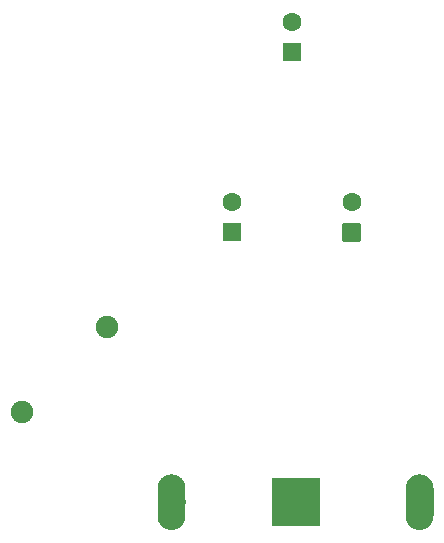
<source format=gbl>
G04 MADE WITH FRITZING*
G04 WWW.FRITZING.ORG*
G04 DOUBLE SIDED*
G04 HOLES PLATED*
G04 CONTOUR ON CENTER OF CONTOUR VECTOR*
%ASAXBY*%
%FSLAX23Y23*%
%MOIN*%
%OFA0B0*%
%SFA1.0B1.0*%
%ADD10C,0.062992*%
%ADD11C,0.075000*%
%ADD12C,0.093000*%
%ADD13R,0.062992X0.062992*%
%ADD14R,0.160000X0.160000*%
%ADD15C,0.015748*%
%ADD16R,0.001000X0.001000*%
%LNCOPPER0*%
G90*
G70*
G54D10*
X1461Y1540D03*
X1461Y1639D03*
X1859Y1540D03*
X1861Y1639D03*
X1661Y2140D03*
X1661Y2239D03*
G54D11*
X761Y939D03*
X1044Y1222D03*
G54D12*
X1261Y639D03*
X2087Y639D03*
X1261Y639D03*
X2087Y639D03*
X1261Y639D03*
X2087Y639D03*
G54D13*
X1461Y1540D03*
X1661Y2140D03*
G54D14*
X1674Y639D03*
G54D15*
X1883Y1564D02*
X1882Y1516D01*
X1835Y1517D01*
X1836Y1564D01*
X1883Y1564D01*
D02*
G54D16*
X1256Y732D02*
X1264Y732D01*
X2082Y732D02*
X2091Y732D01*
X1250Y731D02*
X1270Y731D01*
X2077Y731D02*
X2097Y731D01*
X1246Y730D02*
X1274Y730D01*
X2073Y730D02*
X2100Y730D01*
X1243Y729D02*
X1276Y729D01*
X2070Y729D02*
X2103Y729D01*
X1241Y728D02*
X1279Y728D01*
X2068Y728D02*
X2105Y728D01*
X1239Y727D02*
X1281Y727D01*
X2066Y727D02*
X2107Y727D01*
X1237Y726D02*
X1283Y726D01*
X2064Y726D02*
X2109Y726D01*
X1236Y725D02*
X1284Y725D01*
X2062Y725D02*
X2111Y725D01*
X1234Y724D02*
X1286Y724D01*
X2061Y724D02*
X2112Y724D01*
X1233Y723D02*
X1287Y723D01*
X2059Y723D02*
X2114Y723D01*
X1231Y722D02*
X1289Y722D01*
X2058Y722D02*
X2115Y722D01*
X1230Y721D02*
X1290Y721D01*
X2057Y721D02*
X2116Y721D01*
X1229Y720D02*
X1291Y720D01*
X2056Y720D02*
X2117Y720D01*
X1228Y719D02*
X1292Y719D01*
X2055Y719D02*
X2118Y719D01*
X1227Y718D02*
X1293Y718D01*
X2054Y718D02*
X2119Y718D01*
X1226Y717D02*
X1294Y717D01*
X2053Y717D02*
X2120Y717D01*
X1225Y716D02*
X1295Y716D01*
X2052Y716D02*
X2121Y716D01*
X1224Y715D02*
X1296Y715D01*
X2051Y715D02*
X2122Y715D01*
X1224Y714D02*
X1296Y714D01*
X2050Y714D02*
X2123Y714D01*
X1223Y713D02*
X1297Y713D01*
X2049Y713D02*
X2124Y713D01*
X1222Y712D02*
X1298Y712D01*
X2049Y712D02*
X2124Y712D01*
X1221Y711D02*
X1298Y711D01*
X2048Y711D02*
X2125Y711D01*
X1221Y710D02*
X1299Y710D01*
X2047Y710D02*
X2126Y710D01*
X1220Y709D02*
X1300Y709D01*
X2047Y709D02*
X2126Y709D01*
X1220Y708D02*
X1300Y708D01*
X2046Y708D02*
X2127Y708D01*
X1219Y707D02*
X1301Y707D01*
X2046Y707D02*
X2127Y707D01*
X1219Y706D02*
X1301Y706D01*
X2045Y706D02*
X2128Y706D01*
X1218Y705D02*
X1302Y705D01*
X2045Y705D02*
X2128Y705D01*
X1218Y704D02*
X1302Y704D01*
X2044Y704D02*
X2129Y704D01*
X1217Y703D02*
X1303Y703D01*
X2044Y703D02*
X2129Y703D01*
X1217Y702D02*
X1303Y702D01*
X2044Y702D02*
X2130Y702D01*
X1217Y701D02*
X1303Y701D01*
X2043Y701D02*
X2130Y701D01*
X1216Y700D02*
X1304Y700D01*
X2043Y700D02*
X2130Y700D01*
X1216Y699D02*
X1304Y699D01*
X2042Y699D02*
X2131Y699D01*
X1216Y698D02*
X1304Y698D01*
X2042Y698D02*
X2131Y698D01*
X1215Y697D02*
X1304Y697D01*
X2042Y697D02*
X2131Y697D01*
X1215Y696D02*
X1305Y696D01*
X2042Y696D02*
X2131Y696D01*
X1215Y695D02*
X1305Y695D01*
X2041Y695D02*
X2132Y695D01*
X1215Y694D02*
X1305Y694D01*
X2041Y694D02*
X2132Y694D01*
X1215Y693D02*
X1305Y693D01*
X2041Y693D02*
X2132Y693D01*
X1214Y692D02*
X1305Y692D01*
X2041Y692D02*
X2132Y692D01*
X1214Y691D02*
X1306Y691D01*
X2041Y691D02*
X2132Y691D01*
X1214Y690D02*
X1306Y690D01*
X2041Y690D02*
X2132Y690D01*
X1214Y689D02*
X1306Y689D01*
X2041Y689D02*
X2132Y689D01*
X1214Y688D02*
X1306Y688D01*
X2041Y688D02*
X2132Y688D01*
X1214Y687D02*
X1306Y687D01*
X2041Y687D02*
X2132Y687D01*
X1214Y686D02*
X1306Y686D01*
X2041Y686D02*
X2133Y686D01*
X1214Y685D02*
X1306Y685D01*
X2041Y685D02*
X2133Y685D01*
X1214Y684D02*
X1306Y684D01*
X2041Y684D02*
X2133Y684D01*
X1214Y683D02*
X1306Y683D01*
X2041Y683D02*
X2133Y683D01*
X1214Y682D02*
X1306Y682D01*
X2041Y682D02*
X2133Y682D01*
X1214Y681D02*
X1306Y681D01*
X2041Y681D02*
X2133Y681D01*
X1214Y680D02*
X1306Y680D01*
X2041Y680D02*
X2133Y680D01*
X1214Y679D02*
X1306Y679D01*
X2041Y679D02*
X2133Y679D01*
X1214Y678D02*
X1306Y678D01*
X2041Y678D02*
X2133Y678D01*
X1214Y677D02*
X1306Y677D01*
X2041Y677D02*
X2133Y677D01*
X1214Y676D02*
X1306Y676D01*
X2041Y676D02*
X2133Y676D01*
X1214Y675D02*
X1252Y675D01*
X1268Y675D02*
X1306Y675D01*
X2041Y675D02*
X2079Y675D01*
X2094Y675D02*
X2133Y675D01*
X1214Y674D02*
X1248Y674D01*
X1272Y674D02*
X1306Y674D01*
X2041Y674D02*
X2075Y674D01*
X2098Y674D02*
X2133Y674D01*
X1214Y673D02*
X1246Y673D01*
X1274Y673D02*
X1306Y673D01*
X2041Y673D02*
X2072Y673D01*
X2101Y673D02*
X2133Y673D01*
X1214Y672D02*
X1243Y672D01*
X1276Y672D02*
X1306Y672D01*
X2041Y672D02*
X2070Y672D01*
X2103Y672D02*
X2133Y672D01*
X1214Y671D02*
X1241Y671D01*
X1278Y671D02*
X1306Y671D01*
X2041Y671D02*
X2068Y671D01*
X2105Y671D02*
X2133Y671D01*
X1214Y670D02*
X1240Y670D01*
X1280Y670D02*
X1306Y670D01*
X2041Y670D02*
X2066Y670D01*
X2107Y670D02*
X2133Y670D01*
X1214Y669D02*
X1238Y669D01*
X1282Y669D02*
X1306Y669D01*
X2041Y669D02*
X2065Y669D01*
X2108Y669D02*
X2133Y669D01*
X1214Y668D02*
X1237Y668D01*
X1283Y668D02*
X1306Y668D01*
X2041Y668D02*
X2064Y668D01*
X2109Y668D02*
X2133Y668D01*
X1214Y667D02*
X1236Y667D01*
X1284Y667D02*
X1306Y667D01*
X2041Y667D02*
X2062Y667D01*
X2111Y667D02*
X2133Y667D01*
X1214Y666D02*
X1235Y666D01*
X1285Y666D02*
X1306Y666D01*
X2041Y666D02*
X2061Y666D01*
X2112Y666D02*
X2133Y666D01*
X1214Y665D02*
X1234Y665D01*
X1286Y665D02*
X1306Y665D01*
X2041Y665D02*
X2060Y665D01*
X2113Y665D02*
X2133Y665D01*
X1214Y664D02*
X1233Y664D01*
X1287Y664D02*
X1306Y664D01*
X2041Y664D02*
X2059Y664D01*
X2114Y664D02*
X2133Y664D01*
X1214Y663D02*
X1232Y663D01*
X1288Y663D02*
X1306Y663D01*
X2041Y663D02*
X2058Y663D01*
X2115Y663D02*
X2133Y663D01*
X1214Y662D02*
X1231Y662D01*
X1289Y662D02*
X1306Y662D01*
X2041Y662D02*
X2058Y662D01*
X2116Y662D02*
X2133Y662D01*
X1214Y661D02*
X1230Y661D01*
X1290Y661D02*
X1306Y661D01*
X2041Y661D02*
X2057Y661D01*
X2116Y661D02*
X2133Y661D01*
X1214Y660D02*
X1229Y660D01*
X1290Y660D02*
X1306Y660D01*
X2041Y660D02*
X2056Y660D01*
X2117Y660D02*
X2133Y660D01*
X1214Y659D02*
X1229Y659D01*
X1291Y659D02*
X1306Y659D01*
X2041Y659D02*
X2055Y659D01*
X2118Y659D02*
X2133Y659D01*
X1214Y658D02*
X1228Y658D01*
X1292Y658D02*
X1306Y658D01*
X2041Y658D02*
X2055Y658D01*
X2118Y658D02*
X2133Y658D01*
X1214Y657D02*
X1228Y657D01*
X1292Y657D02*
X1306Y657D01*
X2041Y657D02*
X2054Y657D01*
X2119Y657D02*
X2133Y657D01*
X1214Y656D02*
X1227Y656D01*
X1293Y656D02*
X1306Y656D01*
X2041Y656D02*
X2054Y656D01*
X2119Y656D02*
X2133Y656D01*
X1214Y655D02*
X1227Y655D01*
X1293Y655D02*
X1306Y655D01*
X2041Y655D02*
X2053Y655D01*
X2120Y655D02*
X2133Y655D01*
X1214Y654D02*
X1226Y654D01*
X1294Y654D02*
X1306Y654D01*
X2041Y654D02*
X2053Y654D01*
X2120Y654D02*
X2133Y654D01*
X1214Y653D02*
X1226Y653D01*
X1294Y653D02*
X1306Y653D01*
X2041Y653D02*
X2052Y653D01*
X2121Y653D02*
X2133Y653D01*
X1214Y652D02*
X1225Y652D01*
X1295Y652D02*
X1306Y652D01*
X2041Y652D02*
X2052Y652D01*
X2121Y652D02*
X2133Y652D01*
X1214Y651D02*
X1225Y651D01*
X1295Y651D02*
X1306Y651D01*
X2041Y651D02*
X2052Y651D01*
X2122Y651D02*
X2133Y651D01*
X1214Y650D02*
X1225Y650D01*
X1295Y650D02*
X1306Y650D01*
X2041Y650D02*
X2051Y650D01*
X2122Y650D02*
X2133Y650D01*
X1214Y649D02*
X1224Y649D01*
X1296Y649D02*
X1306Y649D01*
X2041Y649D02*
X2051Y649D01*
X2122Y649D02*
X2133Y649D01*
X1214Y648D02*
X1224Y648D01*
X1296Y648D02*
X1306Y648D01*
X2041Y648D02*
X2051Y648D01*
X2122Y648D02*
X2133Y648D01*
X1214Y647D02*
X1224Y647D01*
X1296Y647D02*
X1306Y647D01*
X2041Y647D02*
X2050Y647D01*
X2123Y647D02*
X2133Y647D01*
X1214Y646D02*
X1224Y646D01*
X1296Y646D02*
X1306Y646D01*
X2041Y646D02*
X2050Y646D01*
X2123Y646D02*
X2133Y646D01*
X1214Y645D02*
X1223Y645D01*
X1296Y645D02*
X1306Y645D01*
X2041Y645D02*
X2050Y645D01*
X2123Y645D02*
X2133Y645D01*
X1214Y644D02*
X1223Y644D01*
X1297Y644D02*
X1306Y644D01*
X2041Y644D02*
X2050Y644D01*
X2123Y644D02*
X2133Y644D01*
X1214Y643D02*
X1223Y643D01*
X1297Y643D02*
X1306Y643D01*
X2041Y643D02*
X2050Y643D01*
X2123Y643D02*
X2133Y643D01*
X1214Y642D02*
X1223Y642D01*
X1297Y642D02*
X1306Y642D01*
X2041Y642D02*
X2050Y642D01*
X2123Y642D02*
X2133Y642D01*
X1214Y641D02*
X1223Y641D01*
X1297Y641D02*
X1306Y641D01*
X2041Y641D02*
X2050Y641D01*
X2123Y641D02*
X2133Y641D01*
X1214Y640D02*
X1223Y640D01*
X1297Y640D02*
X1306Y640D01*
X2041Y640D02*
X2050Y640D01*
X2123Y640D02*
X2133Y640D01*
X1214Y639D02*
X1223Y639D01*
X1297Y639D02*
X1306Y639D01*
X2041Y639D02*
X2050Y639D01*
X2123Y639D02*
X2133Y639D01*
X1214Y638D02*
X1223Y638D01*
X1297Y638D02*
X1306Y638D01*
X2041Y638D02*
X2050Y638D01*
X2123Y638D02*
X2133Y638D01*
X1214Y637D02*
X1223Y637D01*
X1297Y637D02*
X1306Y637D01*
X2041Y637D02*
X2050Y637D01*
X2123Y637D02*
X2133Y637D01*
X1214Y636D02*
X1223Y636D01*
X1297Y636D02*
X1306Y636D01*
X2041Y636D02*
X2050Y636D01*
X2123Y636D02*
X2133Y636D01*
X1214Y635D02*
X1223Y635D01*
X1297Y635D02*
X1306Y635D01*
X2041Y635D02*
X2050Y635D01*
X2123Y635D02*
X2133Y635D01*
X1214Y634D02*
X1223Y634D01*
X1296Y634D02*
X1306Y634D01*
X2041Y634D02*
X2050Y634D01*
X2123Y634D02*
X2133Y634D01*
X1214Y633D02*
X1224Y633D01*
X1296Y633D02*
X1306Y633D01*
X2041Y633D02*
X2050Y633D01*
X2123Y633D02*
X2133Y633D01*
X1214Y632D02*
X1224Y632D01*
X1296Y632D02*
X1306Y632D01*
X2041Y632D02*
X2050Y632D01*
X2123Y632D02*
X2133Y632D01*
X1214Y631D02*
X1224Y631D01*
X1296Y631D02*
X1306Y631D01*
X2041Y631D02*
X2051Y631D01*
X2123Y631D02*
X2133Y631D01*
X1214Y630D02*
X1224Y630D01*
X1296Y630D02*
X1306Y630D01*
X2041Y630D02*
X2051Y630D01*
X2122Y630D02*
X2133Y630D01*
X1214Y629D02*
X1224Y629D01*
X1295Y629D02*
X1306Y629D01*
X2041Y629D02*
X2051Y629D01*
X2122Y629D02*
X2133Y629D01*
X1214Y628D02*
X1225Y628D01*
X1295Y628D02*
X1306Y628D01*
X2041Y628D02*
X2051Y628D01*
X2122Y628D02*
X2133Y628D01*
X1214Y627D02*
X1225Y627D01*
X1295Y627D02*
X1306Y627D01*
X2041Y627D02*
X2052Y627D01*
X2121Y627D02*
X2133Y627D01*
X1214Y626D02*
X1225Y626D01*
X1294Y626D02*
X1306Y626D01*
X2041Y626D02*
X2052Y626D01*
X2121Y626D02*
X2133Y626D01*
X1214Y625D02*
X1226Y625D01*
X1294Y625D02*
X1306Y625D01*
X2041Y625D02*
X2052Y625D01*
X2121Y625D02*
X2133Y625D01*
X1214Y624D02*
X1226Y624D01*
X1294Y624D02*
X1306Y624D01*
X2041Y624D02*
X2053Y624D01*
X2120Y624D02*
X2133Y624D01*
X1214Y623D02*
X1227Y623D01*
X1293Y623D02*
X1306Y623D01*
X2041Y623D02*
X2053Y623D01*
X2120Y623D02*
X2133Y623D01*
X1214Y622D02*
X1227Y622D01*
X1293Y622D02*
X1306Y622D01*
X2041Y622D02*
X2054Y622D01*
X2119Y622D02*
X2133Y622D01*
X1214Y621D02*
X1228Y621D01*
X1292Y621D02*
X1306Y621D01*
X2041Y621D02*
X2054Y621D01*
X2119Y621D02*
X2133Y621D01*
X1214Y620D02*
X1228Y620D01*
X1291Y620D02*
X1306Y620D01*
X2041Y620D02*
X2055Y620D01*
X2118Y620D02*
X2133Y620D01*
X1214Y619D02*
X1229Y619D01*
X1291Y619D02*
X1306Y619D01*
X2041Y619D02*
X2056Y619D01*
X2117Y619D02*
X2133Y619D01*
X1214Y618D02*
X1230Y618D01*
X1290Y618D02*
X1306Y618D01*
X2041Y618D02*
X2056Y618D01*
X2117Y618D02*
X2133Y618D01*
X1214Y617D02*
X1231Y617D01*
X1289Y617D02*
X1306Y617D01*
X2041Y617D02*
X2057Y617D01*
X2116Y617D02*
X2133Y617D01*
X1214Y616D02*
X1231Y616D01*
X1289Y616D02*
X1306Y616D01*
X2041Y616D02*
X2058Y616D01*
X2115Y616D02*
X2133Y616D01*
X1214Y615D02*
X1232Y615D01*
X1288Y615D02*
X1306Y615D01*
X2041Y615D02*
X2059Y615D01*
X2114Y615D02*
X2133Y615D01*
X1214Y614D02*
X1233Y614D01*
X1287Y614D02*
X1306Y614D01*
X2041Y614D02*
X2060Y614D01*
X2113Y614D02*
X2133Y614D01*
X1214Y613D02*
X1234Y613D01*
X1286Y613D02*
X1306Y613D01*
X2041Y613D02*
X2061Y613D01*
X2112Y613D02*
X2133Y613D01*
X1214Y612D02*
X1235Y612D01*
X1285Y612D02*
X1306Y612D01*
X2041Y612D02*
X2062Y612D01*
X2111Y612D02*
X2133Y612D01*
X1214Y611D02*
X1236Y611D01*
X1284Y611D02*
X1306Y611D01*
X2041Y611D02*
X2063Y611D01*
X2110Y611D02*
X2133Y611D01*
X1214Y610D02*
X1238Y610D01*
X1282Y610D02*
X1306Y610D01*
X2041Y610D02*
X2064Y610D01*
X2109Y610D02*
X2133Y610D01*
X1214Y609D02*
X1239Y609D01*
X1281Y609D02*
X1306Y609D01*
X2041Y609D02*
X2066Y609D01*
X2107Y609D02*
X2133Y609D01*
X1214Y608D02*
X1241Y608D01*
X1279Y608D02*
X1306Y608D01*
X2041Y608D02*
X2067Y608D01*
X2106Y608D02*
X2133Y608D01*
X1214Y607D02*
X1242Y607D01*
X1277Y607D02*
X1306Y607D01*
X2041Y607D02*
X2069Y607D01*
X2104Y607D02*
X2133Y607D01*
X1214Y606D02*
X1244Y606D01*
X1275Y606D02*
X1306Y606D01*
X2041Y606D02*
X2071Y606D01*
X2102Y606D02*
X2133Y606D01*
X1214Y605D02*
X1247Y605D01*
X1273Y605D02*
X1306Y605D01*
X2041Y605D02*
X2074Y605D01*
X2100Y605D02*
X2133Y605D01*
X1214Y604D02*
X1250Y604D01*
X1270Y604D02*
X1306Y604D01*
X2041Y604D02*
X2077Y604D01*
X2096Y604D02*
X2133Y604D01*
X1214Y603D02*
X1255Y603D01*
X1265Y603D02*
X1306Y603D01*
X2041Y603D02*
X2082Y603D01*
X2091Y603D02*
X2133Y603D01*
X1214Y602D02*
X1306Y602D01*
X2041Y602D02*
X2133Y602D01*
X1214Y601D02*
X1306Y601D01*
X2041Y601D02*
X2133Y601D01*
X1214Y600D02*
X1306Y600D01*
X2041Y600D02*
X2133Y600D01*
X1214Y599D02*
X1306Y599D01*
X2041Y599D02*
X2133Y599D01*
X1214Y598D02*
X1306Y598D01*
X2041Y598D02*
X2133Y598D01*
X1214Y597D02*
X1306Y597D01*
X2041Y597D02*
X2133Y597D01*
X1214Y596D02*
X1306Y596D01*
X2041Y596D02*
X2133Y596D01*
X1214Y595D02*
X1306Y595D01*
X2041Y595D02*
X2133Y595D01*
X1214Y594D02*
X1306Y594D01*
X2041Y594D02*
X2133Y594D01*
X1214Y593D02*
X1306Y593D01*
X2041Y593D02*
X2133Y593D01*
X1214Y592D02*
X1306Y592D01*
X2041Y592D02*
X2132Y592D01*
X1214Y591D02*
X1306Y591D01*
X2041Y591D02*
X2132Y591D01*
X1214Y590D02*
X1306Y590D01*
X2041Y590D02*
X2132Y590D01*
X1214Y589D02*
X1306Y589D01*
X2041Y589D02*
X2132Y589D01*
X1214Y588D02*
X1306Y588D01*
X2041Y588D02*
X2132Y588D01*
X1214Y587D02*
X1306Y587D01*
X2041Y587D02*
X2132Y587D01*
X1214Y586D02*
X1305Y586D01*
X2041Y586D02*
X2132Y586D01*
X1215Y585D02*
X1305Y585D01*
X2041Y585D02*
X2132Y585D01*
X1215Y584D02*
X1305Y584D01*
X2041Y584D02*
X2132Y584D01*
X1215Y583D02*
X1305Y583D01*
X2042Y583D02*
X2131Y583D01*
X1215Y582D02*
X1305Y582D01*
X2042Y582D02*
X2131Y582D01*
X1215Y581D02*
X1304Y581D01*
X2042Y581D02*
X2131Y581D01*
X1216Y580D02*
X1304Y580D01*
X2042Y580D02*
X2131Y580D01*
X1216Y579D02*
X1304Y579D01*
X2043Y579D02*
X2130Y579D01*
X1216Y578D02*
X1303Y578D01*
X2043Y578D02*
X2130Y578D01*
X1217Y577D02*
X1303Y577D01*
X2043Y577D02*
X2130Y577D01*
X1217Y576D02*
X1303Y576D01*
X2044Y576D02*
X2129Y576D01*
X1217Y575D02*
X1302Y575D01*
X2044Y575D02*
X2129Y575D01*
X1218Y574D02*
X1302Y574D01*
X2045Y574D02*
X2129Y574D01*
X1218Y573D02*
X1301Y573D01*
X2045Y573D02*
X2128Y573D01*
X1219Y572D02*
X1301Y572D01*
X2045Y572D02*
X2128Y572D01*
X1219Y571D02*
X1301Y571D01*
X2046Y571D02*
X2127Y571D01*
X1220Y570D02*
X1300Y570D01*
X2047Y570D02*
X2127Y570D01*
X1221Y569D02*
X1299Y569D01*
X2047Y569D02*
X2126Y569D01*
X1221Y568D02*
X1299Y568D01*
X2048Y568D02*
X2125Y568D01*
X1222Y567D02*
X1298Y567D01*
X2048Y567D02*
X2125Y567D01*
X1222Y566D02*
X1297Y566D01*
X2049Y566D02*
X2124Y566D01*
X1223Y565D02*
X1297Y565D01*
X2050Y565D02*
X2123Y565D01*
X1224Y564D02*
X1296Y564D01*
X2051Y564D02*
X2123Y564D01*
X1225Y563D02*
X1295Y563D01*
X2051Y563D02*
X2122Y563D01*
X1226Y562D02*
X1294Y562D01*
X2052Y562D02*
X2121Y562D01*
X1227Y561D02*
X1293Y561D01*
X2053Y561D02*
X2120Y561D01*
X1227Y560D02*
X1292Y560D01*
X2054Y560D02*
X2119Y560D01*
X1229Y559D02*
X1291Y559D01*
X2055Y559D02*
X2118Y559D01*
X1230Y558D02*
X1290Y558D01*
X2056Y558D02*
X2117Y558D01*
X1231Y557D02*
X1289Y557D01*
X2057Y557D02*
X2116Y557D01*
X1232Y556D02*
X1288Y556D01*
X2059Y556D02*
X2114Y556D01*
X1233Y555D02*
X1287Y555D01*
X2060Y555D02*
X2113Y555D01*
X1235Y554D02*
X1285Y554D01*
X2061Y554D02*
X2112Y554D01*
X1236Y553D02*
X1283Y553D01*
X2063Y553D02*
X2110Y553D01*
X1238Y552D02*
X1282Y552D01*
X2065Y552D02*
X2108Y552D01*
X1240Y551D02*
X1280Y551D01*
X2067Y551D02*
X2106Y551D01*
X1242Y550D02*
X1278Y550D01*
X2069Y550D02*
X2104Y550D01*
X1245Y549D02*
X1275Y549D01*
X2071Y549D02*
X2102Y549D01*
X1248Y548D02*
X1272Y548D01*
X2075Y548D02*
X2099Y548D01*
X1252Y547D02*
X1267Y547D01*
X2079Y547D02*
X2094Y547D01*
D02*
G04 End of Copper0*
M02*
</source>
